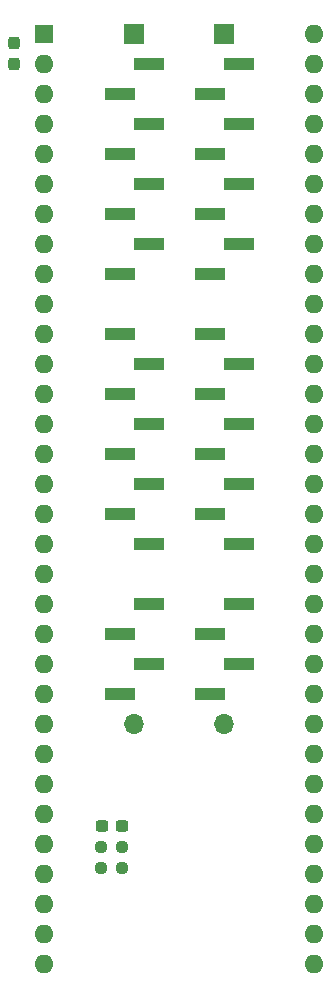
<source format=gbr>
%TF.GenerationSoftware,KiCad,Pcbnew,8.0.8+dfsg-1*%
%TF.CreationDate,2025-05-23T17:59:01+09:00*%
%TF.ProjectId,bionic-tms9900,62696f6e-6963-42d7-946d-73393930302e,1*%
%TF.SameCoordinates,Original*%
%TF.FileFunction,Soldermask,Bot*%
%TF.FilePolarity,Negative*%
%FSLAX46Y46*%
G04 Gerber Fmt 4.6, Leading zero omitted, Abs format (unit mm)*
G04 Created by KiCad (PCBNEW 8.0.8+dfsg-1) date 2025-05-23 17:59:01*
%MOMM*%
%LPD*%
G01*
G04 APERTURE LIST*
G04 Aperture macros list*
%AMRoundRect*
0 Rectangle with rounded corners*
0 $1 Rounding radius*
0 $2 $3 $4 $5 $6 $7 $8 $9 X,Y pos of 4 corners*
0 Add a 4 corners polygon primitive as box body*
4,1,4,$2,$3,$4,$5,$6,$7,$8,$9,$2,$3,0*
0 Add four circle primitives for the rounded corners*
1,1,$1+$1,$2,$3*
1,1,$1+$1,$4,$5*
1,1,$1+$1,$6,$7*
1,1,$1+$1,$8,$9*
0 Add four rect primitives between the rounded corners*
20,1,$1+$1,$2,$3,$4,$5,0*
20,1,$1+$1,$4,$5,$6,$7,0*
20,1,$1+$1,$6,$7,$8,$9,0*
20,1,$1+$1,$8,$9,$2,$3,0*%
G04 Aperture macros list end*
%ADD10R,1.600000X1.600000*%
%ADD11O,1.600000X1.600000*%
%ADD12RoundRect,0.237500X0.250000X0.237500X-0.250000X0.237500X-0.250000X-0.237500X0.250000X-0.237500X0*%
%ADD13RoundRect,0.237500X0.237500X-0.300000X0.237500X0.300000X-0.237500X0.300000X-0.237500X-0.300000X0*%
%ADD14R,1.700000X1.700000*%
%ADD15R,2.510000X1.000000*%
%ADD16O,1.700000X1.700000*%
%ADD17RoundRect,0.237500X-0.250000X-0.237500X0.250000X-0.237500X0.250000X0.237500X-0.250000X0.237500X0*%
%ADD18RoundRect,0.237500X-0.300000X-0.237500X0.300000X-0.237500X0.300000X0.237500X-0.300000X0.237500X0*%
G04 APERTURE END LIST*
D10*
%TO.C,U1*%
X88900000Y-43180000D03*
D11*
X88900000Y-45720000D03*
X88900000Y-48260000D03*
X88900000Y-50800000D03*
X88900000Y-53340000D03*
X88900000Y-55880000D03*
X88900000Y-58420000D03*
X88900000Y-60960000D03*
X88900000Y-63500000D03*
X88900000Y-66040000D03*
X88900000Y-68580000D03*
X88900000Y-71120000D03*
X88900000Y-73660000D03*
X88900000Y-76200000D03*
X88900000Y-78740000D03*
X88900000Y-81280000D03*
X88900000Y-83820000D03*
X88900000Y-86360000D03*
X88900000Y-88900000D03*
X88900000Y-91440000D03*
X88900000Y-93980000D03*
X88900000Y-96520000D03*
X88900000Y-99060000D03*
X88900000Y-101600000D03*
X88900000Y-104140000D03*
X88900000Y-106680000D03*
X88900000Y-109220000D03*
X88900000Y-111760000D03*
X88900000Y-114300000D03*
X88900000Y-116840000D03*
X88900000Y-119380000D03*
X88900000Y-121920000D03*
X111760000Y-121920000D03*
X111760000Y-119380000D03*
X111760000Y-116840000D03*
X111760000Y-114300000D03*
X111760000Y-111760000D03*
X111760000Y-109220000D03*
X111760000Y-106680000D03*
X111760000Y-104140000D03*
X111760000Y-101600000D03*
X111760000Y-99060000D03*
X111760000Y-96520000D03*
X111760000Y-93980000D03*
X111760000Y-91440000D03*
X111760000Y-88900000D03*
X111760000Y-86360000D03*
X111760000Y-83820000D03*
X111760000Y-81280000D03*
X111760000Y-78740000D03*
X111760000Y-76200000D03*
X111760000Y-73660000D03*
X111760000Y-71120000D03*
X111760000Y-68580000D03*
X111760000Y-66040000D03*
X111760000Y-63500000D03*
X111760000Y-60960000D03*
X111760000Y-58420000D03*
X111760000Y-55880000D03*
X111760000Y-53340000D03*
X111760000Y-50800000D03*
X111760000Y-48260000D03*
X111760000Y-45720000D03*
X111760000Y-43180000D03*
%TD*%
D12*
%TO.C,R7*%
X95504000Y-113792000D03*
X93679000Y-113792000D03*
%TD*%
D13*
%TO.C,C2*%
X86283800Y-45720000D03*
X86283800Y-43995000D03*
%TD*%
D14*
%TO.C,J1*%
X96520000Y-43180000D03*
D15*
X97764600Y-45720000D03*
X95275400Y-48260000D03*
X97764600Y-50800000D03*
X95275400Y-53340000D03*
X97764600Y-55880000D03*
X95275400Y-58420000D03*
X97764600Y-60960000D03*
X95275400Y-63500000D03*
X95275400Y-68580000D03*
X97764600Y-71120000D03*
X95275400Y-73660000D03*
X97764600Y-76200000D03*
X95275400Y-78740000D03*
X97764600Y-81280000D03*
X95275400Y-83820000D03*
X97764600Y-86360000D03*
X97764600Y-91440000D03*
X95275400Y-93980000D03*
X97764600Y-96520000D03*
X95275400Y-99060000D03*
D16*
X96520000Y-101600000D03*
%TD*%
D17*
%TO.C,R6*%
X93679000Y-112039400D03*
X95504000Y-112039400D03*
%TD*%
D16*
%TO.C,J2*%
X104140000Y-101600000D03*
D15*
X102895400Y-99060000D03*
X105384600Y-96520000D03*
X102895400Y-93980000D03*
X105384600Y-91440000D03*
X105384600Y-86360000D03*
X102895400Y-83820000D03*
X105384600Y-81280000D03*
X102895400Y-78740000D03*
X105384600Y-76200000D03*
X102895400Y-73660000D03*
X105384600Y-71120000D03*
X102895400Y-68580000D03*
X102895400Y-63500000D03*
X105384600Y-60960000D03*
X102895400Y-58420000D03*
X105384600Y-55880000D03*
X102895400Y-53340000D03*
X105384600Y-50800000D03*
X102895400Y-48260000D03*
X105384600Y-45720000D03*
D14*
X104140000Y-43180000D03*
%TD*%
D18*
%TO.C,C10*%
X93780900Y-110236000D03*
X95505900Y-110236000D03*
%TD*%
M02*

</source>
